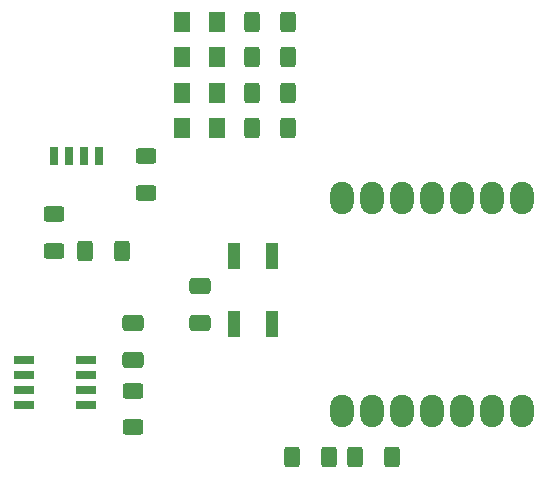
<source format=gbr>
%TF.GenerationSoftware,KiCad,Pcbnew,7.0.5*%
%TF.CreationDate,2023-10-11T12:23:55-04:00*%
%TF.ProjectId,Board_To_Be_Tested,426f6172-645f-4546-9f5f-42655f546573,rev?*%
%TF.SameCoordinates,Original*%
%TF.FileFunction,Paste,Top*%
%TF.FilePolarity,Positive*%
%FSLAX46Y46*%
G04 Gerber Fmt 4.6, Leading zero omitted, Abs format (unit mm)*
G04 Created by KiCad (PCBNEW 7.0.5) date 2023-10-11 12:23:55*
%MOMM*%
%LPD*%
G01*
G04 APERTURE LIST*
G04 Aperture macros list*
%AMRoundRect*
0 Rectangle with rounded corners*
0 $1 Rounding radius*
0 $2 $3 $4 $5 $6 $7 $8 $9 X,Y pos of 4 corners*
0 Add a 4 corners polygon primitive as box body*
4,1,4,$2,$3,$4,$5,$6,$7,$8,$9,$2,$3,0*
0 Add four circle primitives for the rounded corners*
1,1,$1+$1,$2,$3*
1,1,$1+$1,$4,$5*
1,1,$1+$1,$6,$7*
1,1,$1+$1,$8,$9*
0 Add four rect primitives between the rounded corners*
20,1,$1+$1,$2,$3,$4,$5,0*
20,1,$1+$1,$4,$5,$6,$7,0*
20,1,$1+$1,$6,$7,$8,$9,0*
20,1,$1+$1,$8,$9,$2,$3,0*%
G04 Aperture macros list end*
%ADD10RoundRect,0.250000X0.625000X-0.400000X0.625000X0.400000X-0.625000X0.400000X-0.625000X-0.400000X0*%
%ADD11RoundRect,0.250000X-0.400000X-0.625000X0.400000X-0.625000X0.400000X0.625000X-0.400000X0.625000X0*%
%ADD12RoundRect,0.250001X-0.462499X-0.624999X0.462499X-0.624999X0.462499X0.624999X-0.462499X0.624999X0*%
%ADD13RoundRect,0.250000X0.650000X-0.412500X0.650000X0.412500X-0.650000X0.412500X-0.650000X-0.412500X0*%
%ADD14R,1.000000X2.300000*%
%ADD15R,1.800000X0.800000*%
%ADD16RoundRect,1.000000X0.000000X0.375000X0.000000X-0.375000X0.000000X-0.375000X0.000000X0.375000X0*%
%ADD17R,0.700000X1.600000*%
G04 APERTURE END LIST*
D10*
%TO.C,R7*%
X139050000Y-100750000D03*
X139050000Y-97650000D03*
%TD*%
%TO.C,R8*%
X132400000Y-85840000D03*
X132400000Y-82740000D03*
%TD*%
D11*
%TO.C,R5*%
X152550000Y-103300000D03*
X155650000Y-103300000D03*
%TD*%
D12*
%TO.C,D3*%
X143195000Y-69420000D03*
X146170000Y-69420000D03*
%TD*%
D11*
%TO.C,R1*%
X149132500Y-66420000D03*
X152232500Y-66420000D03*
%TD*%
%TO.C,R4*%
X157900000Y-103300000D03*
X161000000Y-103300000D03*
%TD*%
%TO.C,R2*%
X149132500Y-69420000D03*
X152232500Y-69420000D03*
%TD*%
D13*
%TO.C,C2*%
X144730000Y-91962500D03*
X144730000Y-88837500D03*
%TD*%
D12*
%TO.C,D4*%
X143195000Y-72420000D03*
X146170000Y-72420000D03*
%TD*%
D11*
%TO.C,R6*%
X149132500Y-75420000D03*
X152232500Y-75420000D03*
%TD*%
D12*
%TO.C,D5*%
X143195000Y-75420000D03*
X146170000Y-75420000D03*
%TD*%
D14*
%TO.C,D1*%
X150860000Y-86280000D03*
X147660000Y-86280000D03*
X147660000Y-91980000D03*
X150860000Y-91980000D03*
%TD*%
D15*
%TO.C,U1*%
X135090000Y-98905000D03*
X135090000Y-97635000D03*
X135090000Y-96365000D03*
X135090000Y-95095000D03*
X129810000Y-95095000D03*
X129810000Y-96365000D03*
X129810000Y-97635000D03*
X129810000Y-98905000D03*
%TD*%
D10*
%TO.C,R9*%
X140210000Y-80930000D03*
X140210000Y-77830000D03*
%TD*%
D16*
%TO.C,U2*%
X172000750Y-81384000D03*
X169460750Y-81384000D03*
X166920750Y-81384000D03*
X164380750Y-81384000D03*
X161840750Y-81384000D03*
X159300750Y-81384000D03*
X156760750Y-81384000D03*
X156760750Y-99384000D03*
X159300750Y-99384000D03*
X161840750Y-99384000D03*
X164380750Y-99384000D03*
X166920750Y-99384000D03*
X169460750Y-99384000D03*
X172000750Y-99384000D03*
%TD*%
D12*
%TO.C,D2*%
X143195000Y-66420000D03*
X146170000Y-66420000D03*
%TD*%
D11*
%TO.C,R10*%
X135000000Y-85820000D03*
X138100000Y-85820000D03*
%TD*%
D13*
%TO.C,C1*%
X139050000Y-95062500D03*
X139050000Y-91937500D03*
%TD*%
D17*
%TO.C,IC1*%
X132390000Y-77800000D03*
X133660000Y-77800000D03*
X134930000Y-77800000D03*
X136200000Y-77800000D03*
%TD*%
D11*
%TO.C,R3*%
X149132500Y-72420000D03*
X152232500Y-72420000D03*
%TD*%
M02*

</source>
